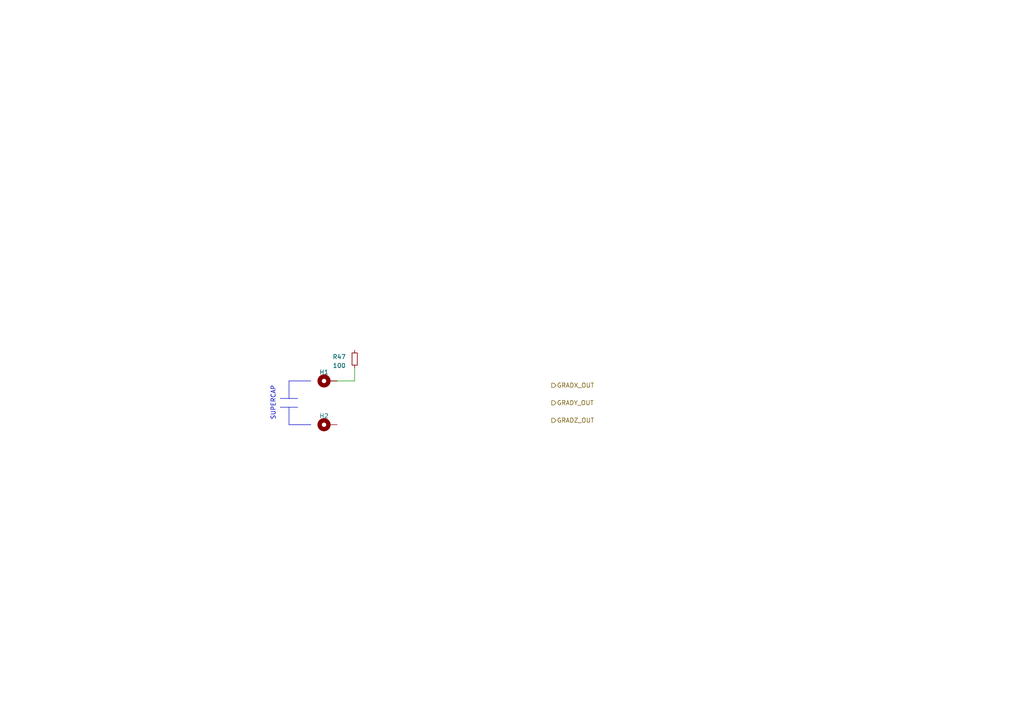
<source format=kicad_sch>
(kicad_sch (version 20230121) (generator eeschema)
  (paper "A4")
  (lib_symbols
    (symbol "Device:R_Small" (pin_numbers hide) (pin_names (offset 0.254) hide)
      (property "Reference" "R" (at 0.762 0.508 0))
      (property "Value" "R_Small" (at 0.762 -1.016 0))
      (symbol "R_Small_0_1"
        (rectangle (start -0.762 1.778) (end 0.762 -1.778) (stroke (width 0.2032)))
      )
      (symbol "R_Small_1_1"
        (pin passive line (at 0 2.54 270) (length 0.762) (name "~") (number "1"))
        (pin passive line (at 0 -2.54 90) (length 0.762) (name "~") (number "2"))
      )
    )
    (symbol "Mechanical:MountingHole_Pad" (pin_numbers hide) (pin_names (offset 1.016) hide)
      (property "Reference" "H" (at 0 6.35 0))
      (property "Value" "MountingHole_Pad" (at 0 4.445 0))
      (symbol "MountingHole_Pad_0_1"
        (circle (center 0 1.27) (radius 1.27) (stroke (width 1.27)))
      )
      (symbol "MountingHole_Pad_1_1"
        (pin input line (at 0 -2.54 90) (length 2.54) (name "1") (number "1"))
      )
    )
  )
  (polyline (pts (xy 90.17 110.49) (xy 83.82 110.49)))
  (wire (pts (xy 102.87 106.68) (xy 102.87 110.49)))
  (polyline (pts (xy 81.28 118.11) (xy 86.36 118.11)))
  (wire (pts (xy 97.79 110.49) (xy 102.87 110.49)))
  (polyline (pts (xy 83.82 110.49) (xy 83.82 115.57)))
  (polyline (pts (xy 83.82 118.11) (xy 83.82 123.19)))
  (polyline (pts (xy 83.82 123.19) (xy 90.17 123.19)))
  (polyline (pts (xy 81.28 115.57) (xy 86.36 115.57)))
  (text "SUPERCAP" (at 80.01 121.92 90) (effects (font (size 1.27 1.27)) (justify left bottom)))
  (hierarchical_label "GRADX_OUT" (shape output) (at 160.02 111.76 0))
  (hierarchical_label "GRADY_OUT" (shape output) (at 160.02 116.84 0))
  (hierarchical_label "GRADZ_OUT" (shape output) (at 160.02 121.92 0))
  (symbol (lib_id "Device:R_Small") (at 102.87 104.14 0) (unit 1)
    (property "Reference" "R47" (at 100.33 103.505 0) (effects (justify right)))
    (property "Value" "100" (at 100.33 106.045 0) (effects (justify right)))
  )
  (symbol (lib_id "Mechanical:MountingHole_Pad") (at 95.25 110.49 90) (unit 1)
    (property "Reference" "H1" (at 93.98 107.95 90))
    (property "Value" "MountingHole_Pad" (effects hide))
  )
  (symbol (lib_id "Mechanical:MountingHole_Pad") (at 95.25 123.19 90) (unit 1)
    (property "Reference" "H2" (at 93.98 120.65 90))
    (property "Value" "MountingHole_Pad" (effects hide))
  )
)
</source>
